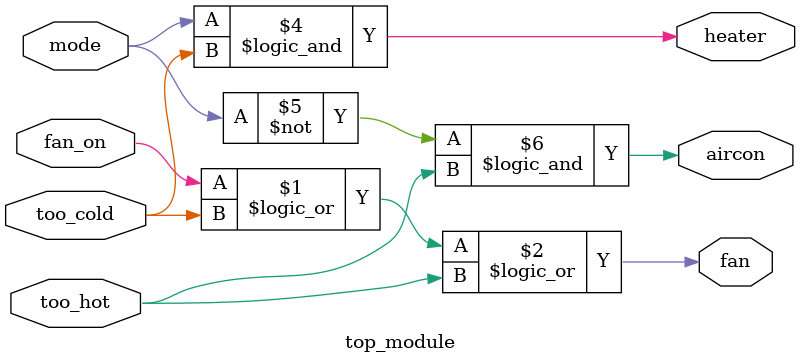
<source format=sv>
module top_module(
	input mode,
	input too_cold, 
	input too_hot,
	input fan_on,
	output heater,
	output aircon,
	output fan
);

	// Declare internal signals for fan and temperature control
	wire fan_control;
	wire temperature_control;

	// Assign fan control signal
	assign fan = fan_on || too_cold || too_hot;

	// Assign temperature control signals
	assign heater = (mode == 1) && too_cold;
	assign aircon = (mode == 0) && too_hot;

endmodule

</source>
